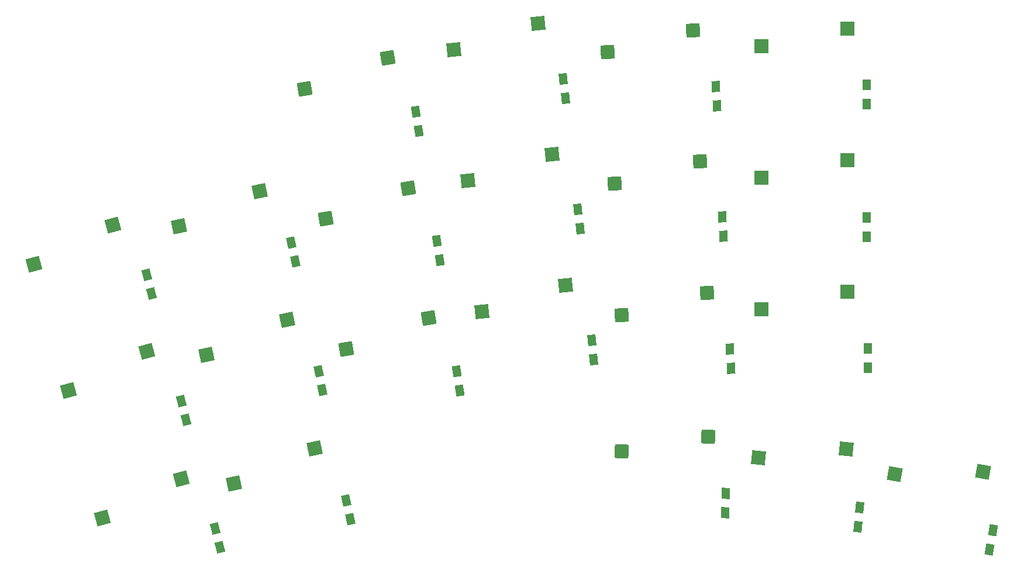
<source format=gbp>
%TF.GenerationSoftware,KiCad,Pcbnew,(6.0.0-0)*%
%TF.CreationDate,2022-02-11T16:55:03+07:00*%
%TF.ProjectId,Shrimp42-mirrored-rev2,53687269-6d70-4343-922d-6d6972726f72,rev?*%
%TF.SameCoordinates,Original*%
%TF.FileFunction,Paste,Bot*%
%TF.FilePolarity,Positive*%
%FSLAX46Y46*%
G04 Gerber Fmt 4.6, Leading zero omitted, Abs format (unit mm)*
G04 Created by KiCad (PCBNEW (6.0.0-0)) date 2022-02-11 16:55:03*
%MOMM*%
%LPD*%
G01*
G04 APERTURE LIST*
G04 Aperture macros list*
%AMRotRect*
0 Rectangle, with rotation*
0 The origin of the aperture is its center*
0 $1 length*
0 $2 width*
0 $3 Rotation angle, in degrees counterclockwise*
0 Add horizontal line*
21,1,$1,$2,0,0,$3*%
G04 Aperture macros list end*
%ADD10RotRect,1.600000X1.200000X285.000000*%
%ADD11RotRect,1.600000X1.200000X282.000000*%
%ADD12RotRect,1.600000X1.200000X279.000000*%
%ADD13RotRect,1.600000X1.200000X276.000000*%
%ADD14RotRect,1.600000X1.200000X273.000000*%
%ADD15R,1.200000X1.600000*%
%ADD16RotRect,1.600000X1.200000X268.000000*%
%ADD17RotRect,1.600000X1.200000X264.000000*%
%ADD18RotRect,1.600000X1.200000X260.000000*%
%ADD19RotRect,2.000000X2.000000X195.000000*%
%ADD20RotRect,2.000000X2.000000X192.000000*%
%ADD21RotRect,2.000000X2.000000X189.000000*%
%ADD22RotRect,2.000000X2.000000X186.000000*%
%ADD23RotRect,2.000000X2.000000X183.000000*%
%ADD24R,2.000000X2.000000*%
%ADD25RotRect,2.000000X2.000000X178.000000*%
%ADD26RotRect,2.000000X2.000000X174.000000*%
%ADD27RotRect,2.000000X2.000000X170.000000*%
G04 APERTURE END LIST*
D10*
%TO.C,D-0-0*%
X35606651Y-60143963D03*
X34881957Y-57439371D03*
%TD*%
D11*
%TO.C,D-0-1*%
X56431074Y-55485784D03*
X55848922Y-52746970D03*
%TD*%
D12*
%TO.C,D-0-2*%
X74290001Y-36560063D03*
X73851985Y-33794535D03*
%TD*%
D13*
%TO.C,D-0-3*%
X95514786Y-31813388D03*
X95222106Y-29028726D03*
%TD*%
D14*
%TO.C,D-0-4*%
X117452429Y-32950853D03*
X117305889Y-30154691D03*
%TD*%
D15*
%TO.C,D-0-5*%
X139107246Y-32741289D03*
X139107246Y-29941289D03*
%TD*%
D10*
%TO.C,D-1-0*%
X40612098Y-78432906D03*
X39887404Y-75728314D03*
%TD*%
D11*
%TO.C,D-1-1*%
X60331546Y-74128600D03*
X59749394Y-71389786D03*
%TD*%
D12*
%TO.C,D-1-2*%
X77307846Y-55316818D03*
X76869830Y-52551290D03*
%TD*%
D13*
%TO.C,D-1-3*%
X97600246Y-50713151D03*
X97307566Y-47928489D03*
%TD*%
D14*
%TO.C,D-1-4*%
X118342650Y-51878602D03*
X118196110Y-49082440D03*
%TD*%
D15*
%TO.C,D-1-5*%
X139158046Y-51892889D03*
X139158046Y-49092889D03*
%TD*%
D10*
%TO.C,D-2-0*%
X45490862Y-96896214D03*
X44766168Y-94191622D03*
%TD*%
D11*
%TO.C,D-2-1*%
X64338371Y-92811318D03*
X63756219Y-90072504D03*
%TD*%
D12*
%TO.C,D-2-2*%
X80233328Y-74183636D03*
X79795312Y-71418108D03*
%TD*%
D13*
%TO.C,D-2-3*%
X99587900Y-69670679D03*
X99295220Y-66886017D03*
%TD*%
D14*
%TO.C,D-2-4*%
X119443770Y-70947907D03*
X119297230Y-68151745D03*
%TD*%
D15*
%TO.C,D-2-5*%
X139259646Y-70892089D03*
X139259646Y-68092089D03*
%TD*%
D16*
%TO.C,D-3-3*%
X118620800Y-91914891D03*
X118718518Y-89116597D03*
%TD*%
D17*
%TO.C,D-3-4*%
X137827319Y-93940075D03*
X138119999Y-91155413D03*
%TD*%
D18*
%TO.C,D-3-5*%
X156894735Y-97215893D03*
X157380949Y-94458431D03*
%TD*%
D19*
%TO.C,K-0-0*%
X18592584Y-55933676D03*
X30009257Y-50244986D03*
%TD*%
D20*
%TO.C,K-0-1*%
X39578818Y-50367273D03*
X51277567Y-45283882D03*
%TD*%
D21*
%TO.C,K-0-2*%
X57796066Y-30507896D03*
X69744827Y-26043737D03*
%TD*%
D22*
%TO.C,K-0-3*%
X79389726Y-24862850D03*
X91555747Y-21030158D03*
%TD*%
D23*
%TO.C,K-0-4*%
X101641769Y-25204903D03*
X113991705Y-22014185D03*
%TD*%
D24*
%TO.C,K-0-5*%
X123870357Y-24300828D03*
X136370357Y-21760828D03*
%TD*%
D19*
%TO.C,K-1-0*%
X23513380Y-74223630D03*
X34930053Y-68534940D03*
%TD*%
D20*
%TO.C,K-1-1*%
X43539532Y-69000985D03*
X55238281Y-63917594D03*
%TD*%
D21*
%TO.C,K-1-2*%
X60776140Y-49323358D03*
X72724901Y-44859199D03*
%TD*%
D22*
%TO.C,K-1-3*%
X81380994Y-43808490D03*
X93547015Y-39975798D03*
%TD*%
D23*
%TO.C,K-1-4*%
X102638768Y-44228795D03*
X114988704Y-41038077D03*
%TD*%
D24*
%TO.C,K-1-5*%
X123870357Y-43350828D03*
X136370357Y-40810828D03*
%TD*%
D19*
%TO.C,K-2-0*%
X28443884Y-92624516D03*
X39860557Y-86935826D03*
%TD*%
D20*
%TO.C,K-2-1*%
X47500253Y-87634696D03*
X59199002Y-82551305D03*
%TD*%
D21*
%TO.C,K-2-2*%
X63756217Y-68138820D03*
X75704978Y-63674661D03*
%TD*%
D22*
%TO.C,K-2-3*%
X83372260Y-62754133D03*
X95538281Y-58921441D03*
%TD*%
D23*
%TO.C,K-2-4*%
X103635769Y-63252688D03*
X115985705Y-60061970D03*
%TD*%
D24*
%TO.C,K-2-5*%
X123870357Y-62400828D03*
X136370357Y-59860828D03*
%TD*%
D25*
%TO.C,K-3-3*%
X103632907Y-82961285D03*
X116213937Y-80859076D03*
%TD*%
D26*
%TO.C,K-3-4*%
X123452160Y-83915612D03*
X136149186Y-82696132D03*
%TD*%
D27*
%TO.C,K-3-5*%
X143201952Y-86257360D03*
X155953115Y-85926550D03*
%TD*%
M02*

</source>
